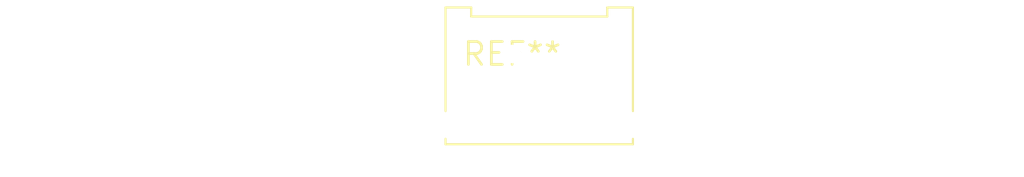
<source format=kicad_pcb>
(kicad_pcb (version 20240108) (generator pcbnew)
  (layers (0 "F.Cu" signal) (31 "B.Cu" signal) (34 "B.Paste" user) (35 "F.Paste" user) (36 "B.SilkS" user "B.Silkscreen") (37 "F.SilkS" user "F.Silkscreen") (38 "B.Mask" user) (39 "F.Mask" user) (44 "Edge.Cuts" user))
  (net 0 "")
  (footprint "Molex_Micro-Fit_3.0_43045-0412_2x02_P3.00mm_Vertical" (layer "F.Cu") (at 0 0)
    (property "Reference" "REF**")
    (property "Value" "Molex_Micro-Fit_3.0_43045-0412_2x02_P3.00mm_Vertical")
    (fp_line (start -3.685 -2.58) (end -2.265 -2.58) (layer "F.SilkS") (stroke (width 0.12)))
    (fp_line (start -3.685 3.17) (end -3.685 -2.58) (layer "F.SilkS") (stroke (width 0.12)))
    (fp_line (start -3.685 4.71) (end -3.685 5.01) (layer "F.SilkS") (stroke (width 0.12)))
    (fp_line (start -3.685 5.01) (end 6.685 5.01) (layer "F.SilkS") (stroke (width 0.12)))
    (fp_line (start -2.265 -2.58) (end -2.265 -2.08) (layer "F.SilkS") (stroke (width 0.12)))
    (fp_line (start -2.265 -2.08) (end 5.265 -2.08) (layer "F.SilkS") (stroke (width 0.12)))
    (fp_line (start 5.265 -2.58) (end 6.685 -2.58) (layer "F.SilkS") (stroke (width 0.12)))
    (fp_line (start 5.265 -2.08) (end 5.265 -2.58) (layer "F.SilkS") (stroke (width 0.12)))
    (fp_line (start 6.685 -2.58) (end 6.685 3.17) (layer "F.SilkS") (stroke (width 0.12)))
    (fp_line (start 6.685 5.01) (end 6.685 4.71) (layer "F.SilkS") (stroke (width 0.12)))
    (pad "" np_thru_hole circle (at -3 3.94) (size 1.02 1.02) (drill 1.02) (layers *.Cu *.Mask))
    (pad "" np_thru_hole circle (at 6 3.94) (size 1.02 1.02) (drill 1.02) (layers *.Cu *.Mask))
    (pad "1" thru_hole roundrect (at 0 0) (size 1.5 1.5) (drill 1.02) (layers *.Cu *.Mask) (remove_unused_layers) (roundrect_rratio 0.166667))
    (pad "2" thru_hole circle (at 3 0) (size 1.5 1.5) (drill 1.02) (layers *.Cu *.Mask) (remove_unused_layers))
    (pad "3" thru_hole circle (at 0 3) (size 1.5 1.5) (drill 1.02) (layers *.Cu *.Mask) (remove_unused_layers))
    (pad "4" thru_hole circle (at 3 3) (size 1.5 1.5) (drill 1.02) (layers *.Cu *.Mask) (remove_unused_layers))
  )
)
</source>
